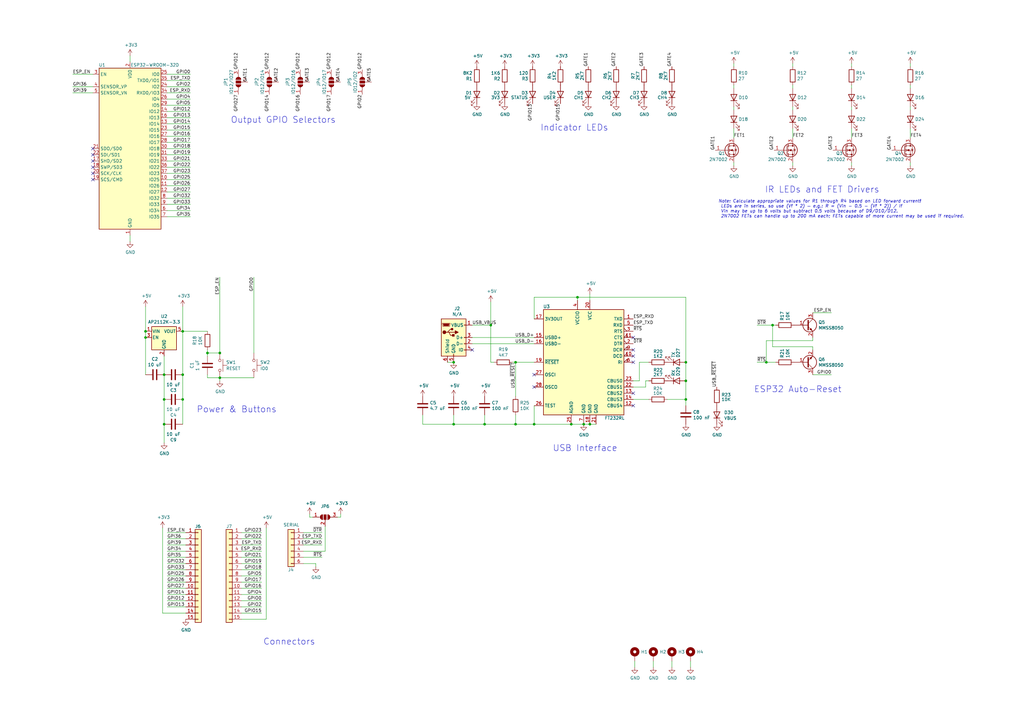
<source format=kicad_sch>
(kicad_sch (version 20211123) (generator eeschema)
  (paper "A3")
  (junction (at 59.69 138.43))
  (junction (at 67.31 163.83))
  (junction (at 74.93 153.67))
  (junction (at 74.93 135.89))
  (junction (at 90.17 154.94))
  (junction (at 186.055 173.99))
  (junction (at 234.315 173.99))
  (junction (at 59.69 135.89))
  (junction (at 241.935 173.99))
  (junction (at 90.17 144.78))
  (junction (at 74.93 163.83))
  (junction (at 211.455 148.59))
  (junction (at 316.865 133.35))
  (junction (at 239.395 173.99))
  (junction (at 211.455 173.99))
  (junction (at 281.305 163.83))
  (junction (at 186.055 148.59))
  (junction (at 198.755 173.99))
  (junction (at 201.295 133.35))
  (junction (at 281.305 156.21))
  (junction (at 67.31 153.67))
  (junction (at 67.31 173.99))
  (junction (at 85.09 144.78))
  (junction (at 281.305 148.59))
  (junction (at 236.855 121.92))
  (junction (at 219.075 173.99))
  (junction (at 314.325 148.59))
  (no_connect (at 259.715 138.43))
  (no_connect (at 219.075 158.75))
  (no_connect (at 38.1 60.96))
  (no_connect (at 259.715 143.51))
  (no_connect (at 259.715 148.59))
  (no_connect (at 38.1 68.58))
  (no_connect (at 38.1 71.12))
  (no_connect (at 259.715 166.37))
  (no_connect (at 38.1 73.66))
  (no_connect (at 193.675 143.51))
  (no_connect (at 38.1 66.04))
  (no_connect (at 259.715 146.05))
  (no_connect (at 219.075 153.67))
  (no_connect (at 259.715 161.29))
  (no_connect (at 38.1 63.5))
  (wire (pts (xy 53.34 22.86) (xy 53.34 25.4)))
  (wire (pts (xy 29.845 35.56) (xy 38.1 35.56)))
  (wire (pts (xy 283.21 271.145) (xy 283.21 273.685)))
  (wire (pts (xy 85.09 144.78) (xy 85.09 146.05)))
  (wire (pts (xy 68.58 30.48) (xy 78.105 30.48)))
  (wire (pts (xy 241.935 123.19) (xy 241.935 120.65)))
  (wire (pts (xy 68.58 238.76) (xy 76.2 238.76)))
  (wire (pts (xy 219.075 148.59) (xy 211.455 148.59)))
  (wire (pts (xy 314.325 139.7) (xy 314.325 148.59)))
  (wire (pts (xy 74.93 135.89) (xy 85.09 135.89)))
  (wire (pts (xy 300.99 34.925) (xy 300.99 36.195)))
  (wire (pts (xy 99.06 228.6) (xy 107.315 228.6)))
  (wire (pts (xy 259.715 158.75) (xy 264.795 158.75)))
  (wire (pts (xy 99.06 236.22) (xy 107.315 236.22)))
  (wire (pts (xy 68.58 86.36) (xy 78.105 86.36)))
  (wire (pts (xy 124.46 226.06) (xy 133.35 226.06)))
  (wire (pts (xy 68.58 38.1) (xy 78.105 38.1)))
  (wire (pts (xy 236.855 123.19) (xy 236.855 121.92)))
  (wire (pts (xy 68.58 248.92) (xy 76.2 248.92)))
  (wire (pts (xy 68.58 58.42) (xy 78.105 58.42)))
  (wire (pts (xy 300.99 66.675) (xy 300.99 67.945)))
  (wire (pts (xy 241.935 173.99) (xy 244.475 173.99)))
  (wire (pts (xy 275.59 271.145) (xy 275.59 273.685)))
  (wire (pts (xy 219.075 166.37) (xy 219.075 173.99)))
  (wire (pts (xy 99.06 238.76) (xy 107.315 238.76)))
  (wire (pts (xy 124.46 218.44) (xy 132.08 218.44)))
  (wire (pts (xy 67.31 173.99) (xy 67.31 181.61)))
  (wire (pts (xy 68.58 246.38) (xy 76.2 246.38)))
  (wire (pts (xy 333.375 142.24) (xy 316.865 142.24)))
  (wire (pts (xy 349.25 66.675) (xy 349.25 67.945)))
  (wire (pts (xy 59.69 125.73) (xy 59.69 135.89)))
  (wire (pts (xy 29.845 30.48) (xy 38.1 30.48)))
  (wire (pts (xy 186.055 173.99) (xy 198.755 173.99)))
  (wire (pts (xy 262.255 148.59) (xy 266.065 148.59)))
  (wire (pts (xy 68.58 220.98) (xy 76.2 220.98)))
  (wire (pts (xy 68.58 33.02) (xy 78.105 33.02)))
  (wire (pts (xy 68.58 71.12) (xy 78.105 71.12)))
  (wire (pts (xy 99.06 254) (xy 109.22 254)))
  (wire (pts (xy 68.58 78.74) (xy 78.105 78.74)))
  (wire (pts (xy 67.31 153.67) (xy 67.31 163.83)))
  (wire (pts (xy 68.58 55.88) (xy 78.105 55.88)))
  (wire (pts (xy 349.25 43.815) (xy 349.25 45.085)))
  (wire (pts (xy 183.515 148.59) (xy 186.055 148.59)))
  (wire (pts (xy 99.06 223.52) (xy 107.315 223.52)))
  (wire (pts (xy 29.845 38.1) (xy 38.1 38.1)))
  (wire (pts (xy 211.455 173.99) (xy 219.075 173.99)))
  (wire (pts (xy 333.375 138.43) (xy 333.375 139.7)))
  (wire (pts (xy 127 212.09) (xy 128.27 212.09)))
  (wire (pts (xy 139.7 212.09) (xy 139.7 210.82)))
  (wire (pts (xy 59.69 138.43) (xy 59.69 135.89)))
  (wire (pts (xy 68.58 88.9) (xy 78.105 88.9)))
  (wire (pts (xy 138.43 212.09) (xy 139.7 212.09)))
  (wire (pts (xy 373.38 43.815) (xy 373.38 45.085)))
  (wire (pts (xy 68.58 48.26) (xy 78.105 48.26)))
  (wire (pts (xy 264.795 158.75) (xy 264.795 156.21)))
  (wire (pts (xy 68.58 43.18) (xy 78.105 43.18)))
  (wire (pts (xy 281.305 121.92) (xy 281.305 148.59)))
  (wire (pts (xy 85.09 143.51) (xy 85.09 144.78)))
  (wire (pts (xy 68.58 236.22) (xy 76.2 236.22)))
  (wire (pts (xy 74.93 173.99) (xy 74.93 163.83)))
  (wire (pts (xy 74.93 135.89) (xy 74.93 153.67)))
  (wire (pts (xy 68.58 60.96) (xy 78.105 60.96)))
  (wire (pts (xy 325.12 26.035) (xy 325.12 27.305)))
  (wire (pts (xy 99.06 226.06) (xy 107.315 226.06)))
  (wire (pts (xy 68.58 83.82) (xy 78.105 83.82)))
  (wire (pts (xy 201.295 133.35) (xy 193.675 133.35)))
  (wire (pts (xy 310.515 133.35) (xy 316.865 133.35)))
  (wire (pts (xy 349.25 34.925) (xy 349.25 36.195)))
  (wire (pts (xy 211.455 148.59) (xy 211.455 162.56)))
  (wire (pts (xy 201.295 123.825) (xy 201.295 133.35)))
  (wire (pts (xy 109.22 254) (xy 109.22 216.535)))
  (wire (pts (xy 90.17 154.94) (xy 90.17 156.21)))
  (wire (pts (xy 104.14 154.94) (xy 90.17 154.94)))
  (wire (pts (xy 68.58 81.28) (xy 78.105 81.28)))
  (wire (pts (xy 333.375 139.7) (xy 314.325 139.7)))
  (wire (pts (xy 267.97 271.145) (xy 267.97 273.685)))
  (wire (pts (xy 68.58 243.84) (xy 76.2 243.84)))
  (wire (pts (xy 68.58 73.66) (xy 78.105 73.66)))
  (wire (pts (xy 99.06 251.46) (xy 107.315 251.46)))
  (wire (pts (xy 325.12 52.705) (xy 325.12 56.515)))
  (wire (pts (xy 68.58 53.34) (xy 78.105 53.34)))
  (wire (pts (xy 68.58 233.68) (xy 76.2 233.68)))
  (wire (pts (xy 68.58 50.8) (xy 78.105 50.8)))
  (wire (pts (xy 104.14 113.665) (xy 104.14 144.78)))
  (wire (pts (xy 234.315 173.99) (xy 239.395 173.99)))
  (wire (pts (xy 99.06 218.44) (xy 107.315 218.44)))
  (wire (pts (xy 219.075 173.99) (xy 234.315 173.99)))
  (wire (pts (xy 173.355 173.99) (xy 186.055 173.99)))
  (wire (pts (xy 124.46 231.14) (xy 129.54 231.14)))
  (wire (pts (xy 68.58 228.6) (xy 76.2 228.6)))
  (wire (pts (xy 68.58 231.14) (xy 76.2 231.14)))
  (wire (pts (xy 85.09 154.94) (xy 90.17 154.94)))
  (wire (pts (xy 127 210.82) (xy 127 212.09)))
  (wire (pts (xy 99.06 241.3) (xy 107.315 241.3)))
  (wire (pts (xy 198.755 173.99) (xy 211.455 173.99)))
  (wire (pts (xy 186.055 170.18) (xy 186.055 173.99)))
  (wire (pts (xy 85.09 153.67) (xy 85.09 154.94)))
  (wire (pts (xy 300.99 26.035) (xy 300.99 27.305)))
  (wire (pts (xy 68.58 45.72) (xy 78.105 45.72)))
  (wire (pts (xy 68.58 241.3) (xy 76.2 241.3)))
  (wire (pts (xy 349.25 26.035) (xy 349.25 27.305)))
  (wire (pts (xy 68.58 66.04) (xy 78.105 66.04)))
  (wire (pts (xy 219.075 121.92) (xy 219.075 130.81)))
  (wire (pts (xy 300.99 43.815) (xy 300.99 45.085)))
  (wire (pts (xy 236.855 121.92) (xy 219.075 121.92)))
  (wire (pts (xy 193.675 138.43) (xy 219.075 138.43)))
  (wire (pts (xy 310.515 148.59) (xy 314.325 148.59)))
  (wire (pts (xy 211.455 173.99) (xy 211.455 170.18)))
  (wire (pts (xy 99.06 220.98) (xy 107.315 220.98)))
  (wire (pts (xy 316.865 133.35) (xy 318.135 133.35)))
  (wire (pts (xy 66.675 251.46) (xy 66.675 216.535)))
  (wire (pts (xy 53.34 99.06) (xy 53.34 96.52)))
  (wire (pts (xy 90.17 113.665) (xy 90.17 144.78)))
  (wire (pts (xy 99.06 246.38) (xy 107.315 246.38)))
  (wire (pts (xy 68.58 63.5) (xy 78.105 63.5)))
  (wire (pts (xy 124.46 228.6) (xy 132.08 228.6)))
  (wire (pts (xy 67.31 163.83) (xy 67.31 173.99)))
  (wire (pts (xy 281.305 163.83) (xy 281.305 166.37)))
  (wire (pts (xy 202.565 148.59) (xy 201.295 148.59)))
  (wire (pts (xy 239.395 173.99) (xy 241.935 173.99)))
  (wire (pts (xy 198.755 170.18) (xy 198.755 173.99)))
  (wire (pts (xy 262.255 156.21) (xy 259.715 156.21)))
  (wire (pts (xy 68.58 223.52) (xy 76.2 223.52)))
  (wire (pts (xy 260.35 271.145) (xy 260.35 273.685)))
  (wire (pts (xy 67.31 153.67) (xy 67.31 146.05)))
  (wire (pts (xy 281.305 156.21) (xy 281.305 163.83)))
  (wire (pts (xy 373.38 66.675) (xy 373.38 67.945)))
  (wire (pts (xy 201.295 148.59) (xy 201.295 133.35)))
  (wire (pts (xy 281.305 156.21) (xy 281.305 148.59)))
  (wire (pts (xy 99.06 248.92) (xy 107.315 248.92)))
  (wire (pts (xy 68.58 68.58) (xy 78.105 68.58)))
  (wire (pts (xy 99.06 243.84) (xy 107.315 243.84)))
  (wire (pts (xy 173.355 170.18) (xy 173.355 173.99)))
  (wire (pts (xy 373.38 52.705) (xy 373.38 56.515)))
  (wire (pts (xy 133.35 226.06) (xy 133.35 215.9)))
  (wire (pts (xy 333.375 153.67) (xy 340.995 153.67)))
  (wire (pts (xy 236.855 121.92) (xy 281.305 121.92)))
  (wire (pts (xy 325.12 43.815) (xy 325.12 45.085)))
  (wire (pts (xy 300.99 52.705) (xy 300.99 56.515)))
  (wire (pts (xy 373.38 34.925) (xy 373.38 36.195)))
  (wire (pts (xy 124.46 223.52) (xy 132.08 223.52)))
  (wire (pts (xy 193.675 140.97) (xy 219.075 140.97)))
  (wire (pts (xy 68.58 40.64) (xy 78.105 40.64)))
  (wire (pts (xy 99.06 231.14) (xy 107.315 231.14)))
  (wire (pts (xy 349.25 52.705) (xy 349.25 56.515)))
  (wire (pts (xy 59.69 138.43) (xy 59.69 153.67)))
  (wire (pts (xy 74.93 163.83) (xy 74.93 153.67)))
  (wire (pts (xy 325.12 66.675) (xy 325.12 67.945)))
  (wire (pts (xy 129.54 231.14) (xy 129.54 232.41)))
  (wire (pts (xy 314.325 148.59) (xy 318.135 148.59)))
  (wire (pts (xy 273.685 163.83) (xy 281.305 163.83)))
  (wire (pts (xy 316.865 142.24) (xy 316.865 133.35)))
  (wire (pts (xy 76.2 251.46) (xy 66.675 251.46)))
  (wire (pts (xy 68.58 76.2) (xy 78.105 76.2)))
  (wire (pts (xy 124.46 220.98) (xy 132.08 220.98)))
  (wire (pts (xy 259.715 163.83) (xy 266.065 163.83)))
  (wire (pts (xy 373.38 26.035) (xy 373.38 27.305)))
  (wire (pts (xy 74.93 135.89) (xy 74.93 125.73)))
  (wire (pts (xy 210.185 148.59) (xy 211.455 148.59)))
  (wire (pts (xy 99.06 233.68) (xy 107.315 233.68)))
  (wire (pts (xy 325.12 34.925) (xy 325.12 36.195)))
  (wire (pts (xy 333.375 128.27) (xy 340.995 128.27)))
  (wire (pts (xy 262.255 148.59) (xy 262.255 156.21)))
  (wire (pts (xy 333.375 143.51) (xy 333.375 142.24)))
  (wire (pts (xy 68.58 226.06) (xy 76.2 226.06)))
  (wire (pts (xy 264.795 156.21) (xy 266.065 156.21)))
  (wire (pts (xy 68.58 35.56) (xy 78.105 35.56)))
  (wire (pts (xy 68.58 218.44) (xy 76.2 218.44)))
  (wire (pts (xy 90.17 144.78) (xy 85.09 144.78)))
  (text "Note: Calculate appropriate values for R1 through R4 based on LED forward current!\n LEDs are in series, so use (Vf * 2) — e.g.: R = (Vin - 0.5 - (Vf * 2)) / If\n Vin may be up to 6 volts but subtract 0.5 volts because of D9/D10/D12.\n 2N7002 FETs can handle up to 200 mA each; FETs capable of more current may be used if required." (at 294.64 89.535 0) (effects (font (size 1.27 1.27) italic) (justify left bottom)))
  (text "Output GPIO Selectors" (at 94.615 50.8 0) (effects (font (size 2.54 2.54)) (justify left bottom)))
  (text "Indicator LEDs" (at 221.615 53.975 0) (effects (font (size 2.54 2.54)) (justify left bottom)))
  (text "Connectors" (at 107.95 264.795 0) (effects (font (size 2.54 2.54)) (justify left bottom)))
  (text "USB Interface" (at 226.695 185.42 0) (effects (font (size 2.54 2.54)) (justify left bottom)))
  (text "ESP32 Auto-Reset" (at 309.245 161.29 0) (effects (font (size 2.54 2.54)) (justify left bottom)))
  (text "Power & Buttons" (at 80.645 169.545 0) (effects (font (size 2.54 2.54)) (justify left bottom)))
  (text "IR LEDs and FET Drivers" (at 313.69 79.375 0) (effects (font (size 2.54 2.54)) (justify left bottom)))
  (label "FET3" (at 349.25 56.515 0))
  (label "GPIO32" (at 78.105 81.28 180))
  (label "GATE1" (at 101.6 33.655 90))
  (label "GPIO16" (at 107.315 241.3 180))
  (label "GPI35" (at 68.58 228.6 0))
  (label "GPIO5" (at 107.315 236.22 180))
  (label "GPIO13" (at 218.44 42.545 270))
  (label "ESP_EN" (at 29.845 30.48 0))
  (label "GPIO25" (at 68.58 236.22 0))
  (label "GATE3" (at 127 33.655 90))
  (label "ESP_RXD" (at 132.08 223.52 180))
  (label "GPIO21" (at 78.105 66.04 180))
  (label "GPIO16" (at 78.105 55.88 180))
  (label "ESP_EN" (at 340.995 128.27 180))
  (label "ESP_RXD" (at 259.715 130.81 0))
  (label "GATE3" (at 341.63 61.595 90))
  (label "GATE2" (at 317.5 61.595 90))
  (label "FET2" (at 325.12 56.515 0))
  (label "GPIO17" (at 135.89 38.735 270))
  (label "GPIO12" (at 68.58 246.38 0))
  (label "ESP_TXD" (at 78.105 33.02 180))
  (label "~{DTR}" (at 132.08 218.44 180))
  (label "GPIO23" (at 78.105 71.12 180))
  (label "GPIO23" (at 107.315 218.44 180))
  (label "GPIO15" (at 107.315 251.46 180))
  (label "GPIO16" (at 123.19 38.735 270))
  (label "GPIO22" (at 107.315 220.98 180))
  (label "GPIO13" (at 68.58 248.92 0))
  (label "GPIO32" (at 68.58 231.14 0))
  (label "GPIO12" (at 135.89 28.575 90))
  (label "FET4" (at 373.38 56.515 0))
  (label "GATE3" (at 264.16 27.305 90))
  (label "GPIO18" (at 107.315 233.68 180))
  (label "GPI34" (at 68.58 226.06 0))
  (label "ESP_TXD" (at 107.315 223.52 180))
  (label "GPIO15" (at 78.105 53.34 180))
  (label "GATE5" (at 152.4 33.655 90))
  (label "GPIO12" (at 110.49 28.575 90))
  (label "GPIO0" (at 340.995 153.67 180))
  (label "GPIO27" (at 68.58 241.3 0))
  (label "GPIO4" (at 78.105 40.64 180))
  (label "GPIO2" (at 148.59 38.735 270))
  (label "GPIO18" (at 78.105 60.96 180))
  (label "GPIO12" (at 97.79 28.575 90))
  (label "GPI39" (at 68.58 223.52 0))
  (label "USB_VBUS" (at 193.675 133.35 0))
  (label "ESP_TXD" (at 132.08 220.98 180))
  (label "GPI36" (at 29.845 35.56 0))
  (label "GPIO12" (at 123.19 28.575 90))
  (label "GATE4" (at 365.76 61.595 90))
  (label "ESP_RXD" (at 78.105 38.1 180))
  (label "GPIO0" (at 104.14 113.665 270))
  (label "ESP_EN" (at 90.17 113.665 270))
  (label "GPIO0" (at 107.315 246.38 180))
  (label "USB_~{RESET}" (at 211.455 148.59 270))
  (label "GPIO25" (at 78.105 73.66 180))
  (label "GPIO19" (at 78.105 63.5 180))
  (label "~{DTR}" (at 259.715 140.97 0))
  (label "GATE4" (at 275.59 27.305 90))
  (label "GPI34" (at 78.105 86.36 180))
  (label "GPIO13" (at 78.105 48.26 180))
  (label "GPIO17" (at 107.315 238.76 180))
  (label "~{RTS}" (at 259.715 135.89 0))
  (label "GATE1" (at 293.37 61.595 90))
  (label "GPIO5" (at 78.105 43.18 180))
  (label "GPIO14" (at 78.105 50.8 180))
  (label "USB_~{RESET}" (at 294.005 158.75 90))
  (label "GPIO4" (at 107.315 243.84 180))
  (label "GPIO22" (at 78.105 68.58 180))
  (label "GATE1" (at 241.3 27.305 90))
  (label "GPIO12" (at 148.59 28.575 90))
  (label "GPIO33" (at 68.58 233.68 0))
  (label "GPIO26" (at 78.105 76.2 180))
  (label "GPI36" (at 68.58 220.98 0))
  (label "GPIO14" (at 110.49 38.735 270))
  (label "GPIO26" (at 68.58 238.76 0))
  (label "GPIO2" (at 107.315 248.92 180))
  (label "GPI39" (at 29.845 38.1 0))
  (label "ESP_RXD" (at 107.315 226.06 180))
  (label "GPIO27" (at 97.79 38.735 270))
  (label "~{RTS}" (at 310.515 148.59 0))
  (label "GPIO17" (at 78.105 58.42 180))
  (label "GPIO19" (at 107.315 231.14 180))
  (label "GPIO27" (at 78.105 78.74 180))
  (label "FET1" (at 300.99 56.515 0))
  (label "GPIO33" (at 78.105 83.82 180))
  (label "GATE2" (at 252.73 27.305 90))
  (label "~{DTR}" (at 310.515 133.35 0))
  (label "GPIO21" (at 107.315 228.6 180))
  (label "ESP_TXD" (at 259.715 133.35 0))
  (label "USB_D-" (at 219.075 140.97 180))
  (label "GATE2" (at 114.3 33.655 90))
  (label "USB_D+" (at 219.075 138.43 180))
  (label "ESP_EN" (at 68.58 218.44 0))
  (label "GPI35" (at 78.105 88.9 180))
  (label "GPIO2" (at 78.105 35.56 180))
  (label "GPIO15" (at 229.87 42.545 270))
  (label "GPIO0" (at 78.105 30.48 180))
  (label "GATE4" (at 139.7 33.655 90))
  (label "~{RTS}" (at 132.08 228.6 180))
  (label "GPIO14" (at 68.58 243.84 0))
  (label "GPIO12" (at 78.105 45.72 180))
  (symbol (lib_id "RF_Module:ESP32-WROOM-32D") (at 53.34 60.96 0) (unit 1)
    (property "Reference" "U1" (at 41.91 26.67 0))
    (property "Value" "ESP32-WROOM-32D" (at 63.5 26.67 0))
    (property "Footprint" "RF_Module:ESP32-WROOM-32" (effects hide))
    (property "Datasheet" "https://www.espressif.com/sites/default/files/documentation/esp32-wroom-32d_esp32-wroom-32u_datasheet_en.pdf" (effects hide))
    (property "MPN1" "ESP32-WROOM-32D" (effects hide))
  )
  (symbol (lib_id "power:GND") (at 67.31 181.61 0) (unit 1)
    (property "Reference" "#PWR039" (effects hide))
    (property "Value" "GND" (at 67.437 186.0042 0))
  )
  (symbol (lib_id "Device:C") (at 63.5 153.67 270) (unit 1)
    (property "Reference" "C2" (at 63.5 147.2692 90))
    (property "Value" "10 uF" (at 63.5 149.5806 90))
    (property "Footprint" "Capacitor_SMD:C_0805_2012Metric" (effects hide))
    (property "MPN1" "GRM21BC81C106ME15L" (effects hide))
  )
  (symbol (lib_id "Switch:SW_Push") (at 90.17 149.86 270) (unit 1)
    (property "Reference" "SW1" (at 92.71 148.59 90) (effects (justify left)))
    (property "Value" "RESET" (at 92.71 151.13 90) (effects (justify left)))
    (property "Footprint" "Button_Switch_THT:SW_Tactile_SPST_Angled_PTS645Vx58-2LFS" (effects hide))
    (property "MPN1" "PTS645VK582LFS" (effects hide))
  )
  (symbol (lib_id "Switch:SW_Push") (at 104.14 149.86 270) (unit 1)
    (property "Reference" "SW2" (at 106.68 148.59 90) (effects (justify left)))
    (property "Value" "IO0" (at 106.68 151.13 90) (effects (justify left)))
    (property "Footprint" "Button_Switch_THT:SW_Tactile_SPST_Angled_PTS645Vx58-2LFS" (effects hide))
    (property "MPN1" "PTS645VK582LFS" (effects hide))
  )
  (symbol (lib_id "Device:C") (at 85.09 149.86 0) (unit 1)
    (property "Reference" "C1" (at 78.6892 149.86 90))
    (property "Value" "1 uF" (at 81.0006 149.86 90))
    (property "Footprint" "Capacitor_SMD:C_0805_2012Metric" (effects hide))
    (property "MPN1" "C0805C105K4RACTU" (effects hide))
  )
  (symbol (lib_id "Device:R") (at 85.09 139.7 0) (unit 1)
    (property "Reference" "R18" (at 79.8322 139.7 90))
    (property "Value" "10K" (at 82.1436 139.7 90))
    (property "Footprint" "Resistor_SMD:R_0805_2012Metric" (effects hide))
    (property "MPN1" "RC0805FR-0710KL" (effects hide))
  )
  (symbol (lib_id "Connector_Generic:Conn_01x06") (at 119.38 223.52 0) (mirror y) (unit 1)
    (property "Reference" "J4" (at 118.11 233.68 0) (effects (justify right)))
    (property "Value" "SERIAL" (at 116.205 215.265 0) (effects (justify right)))
    (property "Footprint" "Connector_PinHeader_2.54mm:PinHeader_1x06_P2.54mm_Vertical" (effects hide))
    (property "Population" "DNF" (effects hide))
  )
  (symbol (lib_id "power:GND") (at 129.54 232.41 0) (unit 1)
    (property "Reference" "#PWR049" (effects hide))
    (property "Value" "GND" (at 129.667 236.8042 0))
  )
  (symbol (lib_id "power:+5V") (at 59.69 125.73 0) (unit 1)
    (property "Reference" "#PWR027" (effects hide))
    (property "Value" "+5V" (at 60.071 121.3358 0))
  )
  (symbol (lib_id "Device:LED") (at 325.12 40.005 90) (unit 1)
    (property "Reference" "D12" (at 327.025 40.005 90) (effects (justify right)))
    (property "Value" "CH2" (effects hide))
    (property "Footprint" "LED_THT:LED_D5.0mm" (effects hide))
    (property "MPN1" "LTE-4206" (effects hide))
  )
  (symbol (lib_id "Device:LED") (at 325.12 48.895 90) (unit 1)
    (property "Reference" "D20" (at 327.025 48.895 90) (effects (justify right)))
    (property "Value" "CH2" (effects hide))
    (property "Footprint" "LED_THT:LED_D5.0mm" (effects hide))
    (property "MPN1" "LTE-4206" (effects hide))
  )
  (symbol (lib_id "Device:R") (at 325.12 31.115 0) (unit 1)
    (property "Reference" "R12" (at 326.898 29.9466 0) (effects (justify left)))
    (property "Value" "27" (at 326.898 32.258 0) (effects (justify left)))
    (property "Footprint" "Resistor_SMD:R_0805_2012Metric" (effects hide))
    (property "MPN1" "RC0805FR-0727RL" (effects hide))
  )
  (symbol (lib_id "Transistor_FET:2N7002") (at 322.58 61.595 0) (unit 1)
    (property "Reference" "Q2" (at 318.77 62.865 0) (effects (justify left)))
    (property "Value" "2N7002" (at 314.96 65.405 0) (effects (justify left)))
    (property "Footprint" "Package_TO_SOT_SMD:SOT-23" (effects hide))
    (property "Datasheet" "https://www.fairchildsemi.com/datasheets/2N/2N7002.pdf" (effects hide))
    (property "MPN1" "2N7002-7-F" (effects hide))
  )
  (symbol (lib_id "power:+5V") (at 325.12 26.035 0) (unit 1)
    (property "Reference" "#PWR05" (effects hide))
    (property "Value" "+5V" (at 325.501 21.6408 0))
  )
  (symbol (lib_id "power:GND") (at 325.12 67.945 0) (unit 1)
    (property "Reference" "#PWR021" (effects hide))
    (property "Value" "GND" (at 325.247 72.3392 0))
  )
  (symbol (lib_id "Device:LED") (at 300.99 40.005 90) (unit 1)
    (property "Reference" "D10" (at 302.895 40.005 90) (effects (justify right)))
    (property "Value" "CH1" (effects hide))
    (property "Footprint" "LED_THT:LED_D5.0mm" (effects hide))
    (property "MPN1" "LTE-4206" (effects hide))
  )
  (symbol (lib_id "Device:LED") (at 300.99 48.895 90) (unit 1)
    (property "Reference" "D18" (at 302.895 48.895 90) (effects (justify right)))
    (property "Value" "CH1" (effects hide))
    (property "Footprint" "LED_THT:LED_D5.0mm" (effects hide))
    (property "MPN1" "LTE-4206" (effects hide))
  )
  (symbol (lib_id "Device:R") (at 300.99 31.115 0) (unit 1)
    (property "Reference" "R10" (at 302.768 29.9466 0) (effects (justify left)))
    (property "Value" "27" (at 302.768 32.258 0) (effects (justify left)))
    (property "Footprint" "Resistor_SMD:R_0805_2012Metric" (effects hide))
    (property "MPN1" "RC0805FR-0727RL" (effects hide))
  )
  (symbol (lib_id "Transistor_FET:2N7002") (at 298.45 61.595 0) (unit 1)
    (property "Reference" "Q1" (at 294.64 62.865 0) (effects (justify left)))
    (property "Value" "2N7002" (at 290.83 65.405 0) (effects (justify left)))
    (property "Footprint" "Package_TO_SOT_SMD:SOT-23" (effects hide))
    (property "Datasheet" "https://www.fairchildsemi.com/datasheets/2N/2N7002.pdf" (effects hide))
    (property "MPN1" "2N7002-7-F" (effects hide))
  )
  (symbol (lib_id "power:+5V") (at 300.99 26.035 0) (unit 1)
    (property "Reference" "#PWR03" (effects hide))
    (property "Value" "+5V" (at 301.371 21.6408 0))
  )
  (symbol (lib_id "power:GND") (at 300.99 67.945 0) (unit 1)
    (property "Reference" "#PWR020" (effects hide))
    (property "Value" "GND" (at 301.117 72.3392 0))
  )
  (symbol (lib_id "power:GND") (at 53.34 99.06 0) (unit 1)
    (property "Reference" "#PWR024" (effects hide))
    (property "Value" "GND" (at 53.467 103.4542 0))
  )
  (symbol (lib_id "power:+3V3") (at 53.34 22.86 0) (unit 1)
    (property "Reference" "#PWR01" (effects hide))
    (property "Value" "+3V3" (at 53.721 18.4658 0))
  )
  (symbol (lib_id "power:+3V3") (at 66.675 216.535 0) (unit 1)
    (property "Reference" "#PWR042" (effects hide))
    (property "Value" "+3V3" (at 67.056 212.1408 0))
  )
  (symbol (lib_id "power:GND") (at 76.2 254 0) (unit 1)
    (property "Reference" "#PWR052" (effects hide))
    (property "Value" "GND" (at 76.327 258.3942 0))
  )
  (symbol (lib_id "Connector_Generic:Conn_01x15") (at 81.28 236.22 0) (unit 1)
    (property "Reference" "J6" (at 80.01 215.9 0) (effects (justify left)))
    (property "Value" "IO" (effects hide))
    (property "Footprint" "Connector_PinHeader_2.54mm:PinHeader_1x15_P2.54mm_Vertical" (effects hide))
    (property "Population" "DNF" (effects hide))
  )
  (symbol (lib_id "Connector_Generic:Conn_01x15") (at 93.98 236.22 0) (mirror y) (unit 1)
    (property "Reference" "J7" (at 93.98 215.9 0))
    (property "Value" "IO" (effects hide))
    (property "Footprint" "Connector_PinHeader_2.54mm:PinHeader_1x15_P2.54mm_Vertical" (effects hide))
    (property "Population" "DNF" (effects hide))
  )
  (symbol (lib_id "Device:C") (at 71.12 153.67 90) (unit 1)
    (property "Reference" "C3" (at 71.12 160.0708 90))
    (property "Value" "10 uF" (at 71.12 157.7594 90))
    (property "Footprint" "Capacitor_SMD:C_0805_2012Metric" (effects hide))
    (property "MPN1" "GRM21BC81C106ME15L" (effects hide))
  )
  (symbol (lib_id "Device:C") (at 71.12 163.83 90) (unit 1)
    (property "Reference" "C4" (at 71.12 170.2308 90))
    (property "Value" "10 uF" (at 71.12 167.9194 90))
    (property "Footprint" "Capacitor_SMD:C_0805_2012Metric" (effects hide))
    (property "MPN1" "GRM21BC81C106ME15L" (effects hide))
  )
  (symbol (lib_id "Device:C") (at 71.12 173.99 90) (unit 1)
    (property "Reference" "C9" (at 71.12 180.3908 90))
    (property "Value" "10 uF" (at 71.12 178.0794 90))
    (property "Footprint" "Capacitor_SMD:C_0805_2012Metric" (effects hide))
    (property "MPN1" "GRM21BC81C106ME15L" (effects hide))
  )
  (symbol (lib_id "Mechanical:MountingHole_Pad") (at 260.35 268.605 0) (unit 1)
    (property "Reference" "H1" (at 262.89 267.3604 0) (effects (justify left)))
    (property "Value" "-" (effects hide))
    (property "Footprint" "MountingHole:MountingHole_2.5mm_Pad_Via" (effects hide))
    (property "Population" "DNF" (effects hide))
  )
  (symbol (lib_id "power:GND") (at 260.35 273.685 0) (unit 1)
    (property "Reference" "#PWR054" (effects hide))
    (property "Value" "GND" (at 260.477 278.0792 0))
  )
  (symbol (lib_id "Mechanical:MountingHole_Pad") (at 267.97 268.605 0) (unit 1)
    (property "Reference" "H2" (at 270.51 267.3604 0) (effects (justify left)))
    (property "Value" "-" (effects hide))
    (property "Footprint" "MountingHole:MountingHole_2.5mm_Pad_Via" (effects hide))
    (property "Population" "DNF" (effects hide))
  )
  (symbol (lib_id "power:GND") (at 267.97 273.685 0) (unit 1)
    (property "Reference" "#PWR055" (effects hide))
    (property "Value" "GND" (at 268.097 278.0792 0))
  )
  (symbol (lib_id "Mechanical:MountingHole_Pad") (at 275.59 268.605 0) (unit 1)
    (property "Reference" "H3" (at 278.13 267.3604 0) (effects (justify left)))
    (property "Value" "-" (effects hide))
    (property "Footprint" "MountingHole:MountingHole_2.5mm_Pad_Via" (effects hide))
    (property "Population" "DNF" (effects hide))
  )
  (symbol (lib_id "power:GND") (at 275.59 273.685 0) (unit 1)
    (property "Reference" "#PWR056" (effects hide))
    (property "Value" "GND" (at 275.717 278.0792 0))
  )
  (symbol (lib_id "Jumper:SolderJumper_3_Open") (at 110.49 33.655 90) (unit 1)
    (property "Reference" "JP2" (at 105.283 33.655 0))
    (property "Value" "IO12/IO14" (at 107.5944 33.655 0))
    (property "Footprint" "Jumper:SolderJumper-3_P1.3mm_Open_RoundedPad1.0x1.5mm" (effects hide))
    (property "Population" "DNF" (effects hide))
  )
  (symbol (lib_id "power:+3V3") (at 74.93 125.73 0) (unit 1)
    (property "Reference" "#PWR028" (effects hide))
    (property "Value" "+3V3" (at 75.311 121.3358 0))
  )
  (symbol (lib_id "Jumper:SolderJumper_3_Open") (at 123.19 33.655 90) (unit 1)
    (property "Reference" "JP3" (at 117.983 33.655 0))
    (property "Value" "IO12/IO16" (at 120.2944 33.655 0))
    (property "Footprint" "Jumper:SolderJumper-3_P1.3mm_Open_RoundedPad1.0x1.5mm" (effects hide))
    (property "Population" "DNF" (effects hide))
  )
  (symbol (lib_id "power:GND") (at 349.25 67.945 0) (unit 1)
    (property "Reference" "#PWR022" (effects hide))
    (property "Value" "GND" (at 349.377 72.3392 0))
  )
  (symbol (lib_id "power:+5V") (at 349.25 26.035 0) (unit 1)
    (property "Reference" "#PWR07" (effects hide))
    (property "Value" "+5V" (at 349.631 21.6408 0))
  )
  (symbol (lib_id "Transistor_FET:2N7002") (at 346.71 61.595 0) (unit 1)
    (property "Reference" "Q3" (at 342.9 62.865 0) (effects (justify left)))
    (property "Value" "2N7002" (at 339.09 65.405 0) (effects (justify left)))
    (property "Footprint" "Package_TO_SOT_SMD:SOT-23" (effects hide))
    (property "Datasheet" "https://www.fairchildsemi.com/datasheets/2N/2N7002.pdf" (effects hide))
    (property "MPN1" "2N7002-7-F" (effects hide))
  )
  (symbol (lib_id "Device:R") (at 349.25 31.115 0) (unit 1)
    (property "Reference" "R14" (at 351.028 29.9466 0) (effects (justify left)))
    (property "Value" "27" (at 351.028 32.258 0) (effects (justify left)))
    (property "Footprint" "Resistor_SMD:R_0805_2012Metric" (effects hide))
    (property "MPN1" "RC0805FR-0727RL" (effects hide))
  )
  (symbol (lib_id "Device:LED") (at 349.25 48.895 90) (unit 1)
    (property "Reference" "D22" (at 351.155 48.895 90) (effects (justify right)))
    (property "Value" "CH3" (effects hide))
    (property "Footprint" "LED_THT:LED_D5.0mm" (effects hide))
    (property "MPN1" "LTE-4206" (effects hide))
  )
  (symbol (lib_id "Device:LED") (at 349.25 40.005 90) (unit 1)
    (property "Reference" "D14" (at 351.155 40.005 90) (effects (justify right)))
    (property "Value" "CH3" (effects hide))
    (property "Footprint" "LED_THT:LED_D5.0mm" (effects hide))
    (property "MPN1" "LTE-4206" (effects hide))
  )
  (symbol (lib_id "Jumper:SolderJumper_3_Open") (at 135.89 33.655 90) (unit 1)
    (property "Reference" "JP4" (at 130.683 33.655 0))
    (property "Value" "IO12/IO17" (at 132.9944 33.655 0))
    (property "Footprint" "Jumper:SolderJumper-3_P1.3mm_Open_RoundedPad1.0x1.5mm" (effects hide))
    (property "Population" "DNF" (effects hide))
  )
  (symbol (lib_id "power:GND") (at 373.38 67.945 0) (unit 1)
    (property "Reference" "#PWR023" (effects hide))
    (property "Value" "GND" (at 373.507 72.3392 0))
  )
  (symbol (lib_id "power:+5V") (at 373.38 26.035 0) (unit 1)
    (property "Reference" "#PWR09" (effects hide))
    (property "Value" "+5V" (at 373.761 21.6408 0))
  )
  (symbol (lib_id "Transistor_FET:2N7002") (at 370.84 61.595 0) (unit 1)
    (property "Reference" "Q4" (at 367.03 62.865 0) (effects (justify left)))
    (property "Value" "2N7002" (at 363.22 65.405 0) (effects (justify left)))
    (property "Footprint" "Package_TO_SOT_SMD:SOT-23" (effects hide))
    (property "Datasheet" "https://www.fairchildsemi.com/datasheets/2N/2N7002.pdf" (effects hide))
    (property "MPN1" "2N7002-7-F" (effects hide))
  )
  (symbol (lib_id "Device:R") (at 373.38 31.115 0) (unit 1)
    (property "Reference" "R16" (at 375.158 29.9466 0) (effects (justify left)))
    (property "Value" "27" (at 375.158 32.258 0) (effects (justify left)))
    (property "Footprint" "Resistor_SMD:R_0805_2012Metric" (effects hide))
    (property "MPN1" "RC0805FR-0727RL" (effects hide))
  )
  (symbol (lib_id "Device:LED") (at 373.38 48.895 90) (unit 1)
    (property "Reference" "D24" (at 375.285 48.895 90) (effects (justify right)))
    (property "Value" "CH4" (effects hide))
    (property "Footprint" "LED_THT:LED_D5.0mm" (effects hide))
    (property "MPN1" "LTE-4206" (effects hide))
  )
  (symbol (lib_id "Device:LED") (at 373.38 40.005 90) (unit 1)
    (property "Reference" "D16" (at 375.285 40.005 90) (effects (justify right)))
    (property "Value" "CH4" (effects hide))
    (property "Footprint" "LED_THT:LED_D5.0mm" (effects hide))
    (property "MPN1" "LTE-4206" (effects hide))
  )
  (symbol (lib_id "power:GND") (at 90.17 156.21 0) (unit 1)
    (property "Reference" "#PWR031" (effects hide))
    (property "Value" "GND" (at 90.297 160.6042 0))
  )
  (symbol (lib_id "Device:R") (at 321.945 148.59 270) (unit 1)
    (property "Reference" "R21" (at 320.7766 146.812 0) (effects (justify right)))
    (property "Value" "10K" (at 323.088 146.812 0) (effects (justify right)))
    (property "Footprint" "Resistor_SMD:R_0805_2012Metric" (effects hide))
    (property "MPN1" "RC0805FR-0710KL" (effects hide))
  )
  (symbol (lib_id "Device:R") (at 321.945 133.35 270) (unit 1)
    (property "Reference" "R17" (at 320.7766 131.572 0) (effects (justify right)))
    (property "Value" "10K" (at 323.088 131.572 0) (effects (justify right)))
    (property "Footprint" "Resistor_SMD:R_0805_2012Metric" (effects hide))
    (property "MPN1" "RC0805FR-0710KL" (effects hide))
  )
  (symbol (lib_id "kbxIrBlaster-rescue:MMSS8050-kbxIrBlaster") (at 330.835 148.59 0) (mirror x) (unit 1)
    (property "Reference" "Q6" (at 335.661 147.4216 0) (effects (justify left)))
    (property "Value" "MMSS8050" (at 335.661 149.733 0) (effects (justify left)))
    (property "Footprint" "Package_TO_SOT_SMD:SOT-23" (effects hide))
    (property "Datasheet" "https://www.mccsemi.com/pdf/Products/MMSS8050(SOT-23).pdf" (effects hide))
    (property "MPN1" "MMSS8050" (effects hide))
  )
  (symbol (lib_id "kbxIrBlaster-rescue:MMSS8050-kbxIrBlaster") (at 330.835 133.35 0) (unit 1)
    (property "Reference" "Q5" (at 335.661 132.1816 0) (effects (justify left)))
    (property "Value" "MMSS8050" (at 335.661 134.493 0) (effects (justify left)))
    (property "Footprint" "Package_TO_SOT_SMD:SOT-23" (effects hide))
    (property "Datasheet" "https://www.mccsemi.com/pdf/Products/MMSS8050(SOT-23).pdf" (effects hide))
    (property "MPN1" "MMSS8050" (effects hide))
  )
  (symbol (lib_id "Interface_USB:FT232RL") (at 239.395 148.59 0) (unit 1)
    (property "Reference" "U3" (at 224.155 125.73 0))
    (property "Value" "FT232RL" (at 252.095 171.45 0))
    (property "Footprint" "Package_SO:SSOP-28_5.3x10.2mm_P0.65mm" (effects hide))
    (property "Datasheet" "https://www.ftdichip.com/Support/Documents/DataSheets/ICs/DS_FT232R.pdf" (effects hide))
    (property "MPN1" "FT232RL" (effects hide))
  )
  (symbol (lib_id "power:GND") (at 239.395 173.99 0) (unit 1)
    (property "Reference" "#PWR036" (effects hide))
    (property "Value" "GND" (at 239.522 178.3842 0))
  )
  (symbol (lib_id "Connector:USB_B_Micro") (at 186.055 138.43 0) (unit 1)
    (property "Reference" "J2" (at 187.5028 126.5682 0))
    (property "Value" "N/A" (at 187.5028 128.8796 0))
    (property "Footprint" "Connector_USB:USB_Micro-B_Molex-105017-0001" (effects hide))
    (property "MPN1" "105017-0001" (effects hide))
  )
  (symbol (lib_id "power:GND") (at 186.055 148.59 0) (unit 1)
    (property "Reference" "#PWR030" (effects hide))
    (property "Value" "GND" (at 186.182 152.9842 0))
  )
  (symbol (lib_id "power:+5V") (at 241.935 120.65 0) (unit 1)
    (property "Reference" "#PWR025" (effects hide))
    (property "Value" "+5V" (at 242.316 116.2558 0))
  )
  (symbol (lib_id "Device:C") (at 281.305 170.18 0) (unit 1)
    (property "Reference" "C8" (at 284.226 169.0116 0) (effects (justify left)))
    (property "Value" "100 nF" (at 284.226 171.323 0) (effects (justify left)))
    (property "Footprint" "Capacitor_SMD:C_0805_2012Metric" (effects hide))
    (property "MPN1" "CC0805KRX7R7BB104" (effects hide))
  )
  (symbol (lib_id "power:GND") (at 281.305 173.99 0) (unit 1)
    (property "Reference" "#PWR037" (effects hide))
    (property "Value" "GND" (at 281.432 178.3842 0))
  )
  (symbol (lib_id "Device:LED") (at 277.495 148.59 0) (mirror x) (unit 1)
    (property "Reference" "D27" (at 278.13 146.685 90) (effects (justify right)))
    (property "Value" "TX" (at 276.225 146.685 90) (effects (justify right)))
    (property "Footprint" "LED_SMD:LED_0805_2012Metric" (effects hide))
    (property "MPN1" "APT2012VBC/D" (effects hide))
  )
  (symbol (lib_id "Device:LED") (at 277.495 156.21 0) (mirror x) (unit 1)
    (property "Reference" "D29" (at 278.13 154.305 90) (effects (justify right)))
    (property "Value" "RX" (at 276.225 154.305 90) (effects (justify right)))
    (property "Footprint" "LED_SMD:LED_0805_2012Metric" (effects hide))
    (property "MPN1" "APT2012EC" (effects hide))
  )
  (symbol (lib_id "Device:C") (at 198.755 166.37 0) (unit 1)
    (property "Reference" "C7" (at 201.676 165.2016 0) (effects (justify left)))
    (property "Value" "100 nF" (at 201.676 167.513 0) (effects (justify left)))
    (property "Footprint" "Capacitor_SMD:C_0805_2012Metric" (effects hide))
    (property "MPN1" "CC0805KRX7R7BB104" (effects hide))
  )
  (symbol (lib_id "power:+5V") (at 198.755 162.56 0) (unit 1)
    (property "Reference" "#PWR035" (effects hide))
    (property "Value" "+5V" (at 199.136 158.1658 0))
  )
  (symbol (lib_id "Device:C") (at 173.355 166.37 0) (unit 1)
    (property "Reference" "C5" (at 176.276 165.2016 0) (effects (justify left)))
    (property "Value" "4.7 uF" (at 176.276 167.513 0) (effects (justify left)))
    (property "Footprint" "Capacitor_SMD:C_0805_2012Metric" (effects hide))
    (property "MPN1" "C2012X5R1H475K125AB" (effects hide))
  )
  (symbol (lib_id "power:+5V") (at 186.055 162.56 0) (unit 1)
    (property "Reference" "#PWR034" (effects hide))
    (property "Value" "+5V" (at 186.436 158.1658 0))
  )
  (symbol (lib_id "Device:R") (at 269.875 148.59 270) (unit 1)
    (property "Reference" "R20" (at 269.875 144.145 90))
    (property "Value" "1K2" (at 269.875 146.05 90))
    (property "Footprint" "Resistor_SMD:R_0805_2012Metric" (effects hide))
    (property "MPN1" "RT0805FRE072K7L" (effects hide))
  )
  (symbol (lib_id "Device:R") (at 269.875 156.21 270) (unit 1)
    (property "Reference" "R22" (at 269.875 151.765 90))
    (property "Value" "2K7" (at 269.875 153.67 90))
    (property "Footprint" "Resistor_SMD:R_0805_2012Metric" (effects hide))
    (property "MPN1" "RT0805FRE072K7L" (effects hide))
  )
  (symbol (lib_id "Device:R") (at 269.875 163.83 270) (unit 1)
    (property "Reference" "R24" (at 271.78 159.385 90) (effects (justify right)))
    (property "Value" "10K" (at 271.78 161.29 90) (effects (justify right)))
    (property "Footprint" "Resistor_SMD:R_0805_2012Metric" (effects hide))
    (property "MPN1" "RC0805FR-0710KL" (effects hide))
  )
  (symbol (lib_id "Device:R") (at 211.455 166.37 180) (unit 1)
    (property "Reference" "R25" (at 213.233 165.2016 0) (effects (justify right)))
    (property "Value" "10K" (at 213.233 167.513 0) (effects (justify right)))
    (property "Footprint" "Resistor_SMD:R_0805_2012Metric" (effects hide))
    (property "MPN1" "RC0805FR-0710KL" (effects hide))
  )
  (symbol (lib_id "Device:R") (at 206.375 148.59 270) (unit 1)
    (property "Reference" "R19" (at 206.375 143.3322 90))
    (property "Value" "4K7" (at 206.375 145.6436 90))
    (property "Footprint" "Resistor_SMD:R_0805_2012Metric" (effects hide))
    (property "MPN1" "RT0805FRE074K7L" (effects hide))
  )
  (symbol (lib_id "Device:C") (at 186.055 166.37 0) (unit 1)
    (property "Reference" "C6" (at 188.976 165.2016 0) (effects (justify left)))
    (property "Value" "100 nF" (at 188.976 167.513 0) (effects (justify left)))
    (property "Footprint" "Capacitor_SMD:C_0805_2012Metric" (effects hide))
    (property "MPN1" "CC0805KRX7R7BB104" (effects hide))
  )
  (symbol (lib_id "power:+5V") (at 173.355 162.56 0) (unit 1)
    (property "Reference" "#PWR033" (effects hide))
    (property "Value" "+5V" (at 173.736 158.1658 0))
  )
  (symbol (lib_id "Device:R") (at 294.005 162.56 180) (unit 1)
    (property "Reference" "R23" (at 297.815 161.925 0))
    (property "Value" "10K" (at 297.815 163.83 0))
    (property "Footprint" "Resistor_SMD:R_0805_2012Metric" (effects hide))
    (property "MPN1" "RC0805FR-0710KL" (effects hide))
  )
  (symbol (lib_id "power:GND") (at 294.005 173.99 0) (unit 1)
    (property "Reference" "#PWR038" (effects hide))
    (property "Value" "GND" (at 294.132 178.3842 0))
  )
  (symbol (lib_id "Device:LED") (at 294.005 170.18 90) (unit 1)
    (property "Reference" "D30" (at 296.9768 169.1894 90) (effects (justify right)))
    (property "Value" "VBUS" (at 296.9768 171.5008 90) (effects (justify right)))
    (property "Footprint" "LED_SMD:LED_0805_2012Metric" (effects hide))
    (property "MPN1" "APT2012ZGCK" (effects hide))
  )
  (symbol (lib_id "power:+5V") (at 201.295 123.825 0) (unit 1)
    (property "Reference" "#PWR026" (effects hide))
    (property "Value" "+5V" (at 201.676 119.4308 0))
  )
  (symbol (lib_id "Device:R") (at 218.44 31.115 0) (unit 1)
    (property "Reference" "R3" (at 216.662 32.2834 0) (effects (justify right)))
    (property "Value" "120" (at 216.662 29.972 0) (effects (justify right)))
    (property "Footprint" "Resistor_SMD:R_0805_2012Metric" (effects hide))
    (property "MPN1" "RT0805FRE07120RL" (effects hide))
  )
  (symbol (lib_id "Device:R") (at 207.01 31.115 0) (unit 1)
    (property "Reference" "R2" (at 205.232 32.2834 0) (effects (justify right)))
    (property "Value" "1K6" (at 205.232 29.972 0) (effects (justify right)))
    (property "Footprint" "Resistor_SMD:R_0805_2012Metric" (effects hide))
    (property "MPN1" "RT0805FRE071K6L" (effects hide))
  )
  (symbol (lib_id "Device:R") (at 195.58 31.115 0) (unit 1)
    (property "Reference" "R1" (at 193.802 32.2834 0) (effects (justify right)))
    (property "Value" "8K2" (at 193.802 29.972 0) (effects (justify right)))
    (property "Footprint" "Resistor_SMD:R_0805_2012Metric" (effects hide))
    (property "MPN1" "RT0805FRE078K2L" (effects hide))
  )
  (symbol (lib_id "power:+5V") (at 195.58 27.305 0) (unit 1)
    (property "Reference" "#PWR010" (effects hide))
    (property "Value" "+5V" (at 195.961 22.9108 0))
  )
  (symbol (lib_id "Regulator_Linear:AP2112K-3.3") (at 67.31 138.43 0) (unit 1)
    (property "Reference" "U2" (at 67.31 129.7432 0))
    (property "Value" "AP2112K-3.3" (at 67.31 132.0546 0))
    (property "Footprint" "Package_TO_SOT_SMD:SOT-23-5" (effects hide))
    (property "Datasheet" "https://www.diodes.com/assets/Datasheets/AP2112.pdf" (effects hide))
    (property "MPN1" "AP2112M-3.3TRG1" (effects hide))
  )
  (symbol (lib_id "Device:LED") (at 218.44 38.735 270) (mirror x) (unit 1)
    (property "Reference" "D3" (at 216.535 38.1 90) (effects (justify right)))
    (property "Value" "STATUS" (at 216.535 40.005 90) (effects (justify right)))
    (property "Footprint" "LED_SMD:LED_0805_2012Metric" (effects hide))
    (property "MPN1" "APT2012SECK" (effects hide))
  )
  (symbol (lib_id "Device:LED") (at 207.01 38.735 270) (mirror x) (unit 1)
    (property "Reference" "D2" (at 205.105 38.1 90) (effects (justify right)))
    (property "Value" "3V3" (at 205.105 40.005 90) (effects (justify right)))
    (property "Footprint" "LED_SMD:LED_0805_2012Metric" (effects hide))
    (property "MPN1" "LSM0805543V" (effects hide))
  )
  (symbol (lib_id "Device:LED") (at 264.16 38.735 270) (mirror x) (unit 1)
    (property "Reference" "D7" (at 262.255 38.1 90) (effects (justify right)))
    (property "Value" "CH3" (at 262.255 40.005 90) (effects (justify right)))
    (property "Footprint" "LED_SMD:LED_0805_2012Metric" (effects hide))
    (property "MPN1" "APT2012EC" (effects hide))
  )
  (symbol (lib_id "Device:R") (at 264.16 31.115 0) (unit 1)
    (property "Reference" "R7" (at 259.715 31.115 90))
    (property "Value" "2K7" (at 261.62 31.115 90))
    (property "Footprint" "Resistor_SMD:R_0805_2012Metric" (effects hide))
    (property "MPN1" "RT0805FRE072K7L" (effects hide))
  )
  (symbol (lib_id "power:GND") (at 264.16 42.545 0) (unit 1)
    (property "Reference" "#PWR018" (effects hide))
    (property "Value" "GND" (at 264.287 46.9392 0))
  )
  (symbol (lib_id "Device:LED") (at 275.59 38.735 270) (mirror x) (unit 1)
    (property "Reference" "D8" (at 273.685 38.1 90) (effects (justify right)))
    (property "Value" "CH4" (at 273.685 40.005 90) (effects (justify right)))
    (property "Footprint" "LED_SMD:LED_0805_2012Metric" (effects hide))
    (property "MPN1" "APT2012EC" (effects hide))
  )
  (symbol (lib_id "Device:R") (at 275.59 31.115 0) (unit 1)
    (property "Reference" "R8" (at 271.145 31.115 90))
    (property "Value" "2K7" (at 273.05 31.115 90))
    (property "Footprint" "Resistor_SMD:R_0805_2012Metric" (effects hide))
    (property "MPN1" "RT0805FRE072K7L" (effects hide))
  )
  (symbol (lib_id "power:GND") (at 275.59 42.545 0) (unit 1)
    (property "Reference" "#PWR019" (effects hide))
    (property "Value" "GND" (at 275.717 46.9392 0))
  )
  (symbol (lib_id "Device:LED") (at 241.3 38.735 270) (mirror x) (unit 1)
    (property "Reference" "D5" (at 239.395 38.1 90) (effects (justify right)))
    (property "Value" "CH1" (at 239.395 40.005 90) (effects (justify right)))
    (property "Footprint" "LED_SMD:LED_0805_2012Metric" (effects hide))
    (property "MPN1" "APT2012EC" (effects hide))
  )
  (symbol (lib_id "Device:R") (at 241.3 31.115 0) (unit 1)
    (property "Reference" "R5" (at 236.855 31.115 90))
    (property "Value" "2K7" (at 238.76 31.115 90))
    (property "Footprint" "Resistor_SMD:R_0805_2012Metric" (effects hide))
    (property "MPN1" "RT0805FRE072K7L" (effects hide))
  )
  (symbol (lib_id "power:GND") (at 241.3 42.545 0) (unit 1)
    (property "Reference" "#PWR016" (effects hide))
    (property "Value" "GND" (at 241.427 46.9392 0))
  )
  (symbol (lib_id "Device:R") (at 252.73 31.115 0) (unit 1)
    (property "Reference" "R6" (at 248.285 31.115 90))
    (property "Value" "2K7" (at 250.19 31.115 90))
    (property "Footprint" "Resistor_SMD:R_0805_2012Metric" (effects hide))
    (property "MPN1" "RT0805FRE072K7L" (effects hide))
  )
  (symbol (lib_id "Device:LED") (at 252.73 38.735 270) (mirror x) (unit 1)
    (property "Reference" "D6" (at 250.825 38.1 90) (effects (justify right)))
    (property "Value" "CH2" (at 250.825 40.005 90) (effects (justify right)))
    (property "Footprint" "LED_SMD:LED_0805_2012Metric" (effects hide))
    (property "MPN1" "APT2012EC" (effects hide))
  )
  (symbol (lib_id "power:GND") (at 252.73 42.545 0) (unit 1)
    (property "Reference" "#PWR017" (effects hide))
    (property "Value" "GND" (at 252.857 46.9392 0))
  )
  (symbol (lib_id "Jumper:SolderJumper_3_Open") (at 97.79 33.655 90) (unit 1)
    (property "Reference" "JP1" (at 92.583 33.655 0))
    (property "Value" "IO12/IO27" (at 94.8944 33.655 0))
    (property "Footprint" "Jumper:SolderJumper-3_P1.3mm_Open_RoundedPad1.0x1.5mm" (effects hide))
    (property "Population" "DNF" (effects hide))
  )
  (symbol (lib_id "power:+3V3") (at 218.44 27.305 0) (unit 1)
    (property "Reference" "#PWR012" (effects hide))
    (property "Value" "+3V3" (at 218.821 22.9108 0))
  )
  (symbol (lib_id "Device:LED") (at 195.58 38.735 270) (mirror x) (unit 1)
    (property "Reference" "D1" (at 193.675 38.1 90) (effects (justify right)))
    (property "Value" "5V" (at 193.04 40.005 90) (effects (justify right)))
    (property "Footprint" "LED_SMD:LED_0805_2012Metric" (effects hide))
    (property "MPN1" "LSM0805543V" (effects hide))
  )
  (symbol (lib_id "power:+3V3") (at 207.01 27.305 0) (unit 1)
    (property "Reference" "#PWR011" (effects hide))
    (property "Value" "+3V3" (at 207.391 22.9108 0))
  )
  (symbol (lib_id "power:GND") (at 207.01 42.545 0) (unit 1)
    (property "Reference" "#PWR015" (effects hide))
    (property "Value" "GND" (at 207.137 46.9392 0))
  )
  (symbol (lib_id "power:GND") (at 195.58 42.545 0) (unit 1)
    (property "Reference" "#PWR014" (effects hide))
    (property "Value" "GND" (at 195.707 46.9392 0))
  )
  (symbol (lib_id "Device:LED") (at 229.87 38.735 270) (mirror x) (unit 1)
    (property "Reference" "D4" (at 227.965 38.1 90) (effects (justify right)))
    (property "Value" "USER" (at 227.965 40.005 90) (effects (justify right)))
    (property "Footprint" "LED_SMD:LED_0805_2012Metric" (effects hide))
    (property "MPN1" "APT2012SYCK" (effects hide))
  )
  (symbol (lib_id "power:+3V3") (at 229.87 27.305 0) (unit 1)
    (property "Reference" "#PWR013" (effects hide))
    (property "Value" "+3V3" (at 230.251 22.9108 0))
  )
  (symbol (lib_id "Device:R") (at 229.87 31.115 0) (unit 1)
    (property "Reference" "R4" (at 225.425 31.115 90))
    (property "Value" "1K2" (at 227.33 31.115 90))
    (property "Footprint" "Resistor_SMD:R_0805_2012Metric" (effects hide))
    (property "MPN1" "RT0805FRE072K7L" (effects hide))
  )
  (symbol (lib_id "Jumper:SolderJumper_3_Open") (at 133.35 212.09 0) (unit 1)
    (property "Reference" "JP6" (at 133.35 207.645 0))
    (property "Value" "5V/3V3" (effects hide))
    (property "Footprint" "Jumper:SolderJumper-3_P1.3mm_Open_RoundedPad1.0x1.5mm" (effects hide))
    (property "Population" "DNF" (effects hide))
  )
  (symbol (lib_id "power:+5V") (at 127 210.82 0) (unit 1)
    (property "Reference" "#PWR040" (effects hide))
    (property "Value" "+5V" (at 127.381 206.4258 0))
  )
  (symbol (lib_id "power:+3V3") (at 139.7 210.82 0) (unit 1)
    (property "Reference" "#PWR041" (effects hide))
    (property "Value" "+3V3" (at 140.081 206.4258 0))
  )
  (symbol (lib_id "power:+5V") (at 109.22 216.535 0) (unit 1)
    (property "Reference" "#PWR043" (effects hide))
    (property "Value" "+5V" (at 109.601 212.1408 0))
  )
  (symbol (lib_id "Mechanical:MountingHole_Pad") (at 283.21 268.605 0) (unit 1)
    (property "Reference" "H4" (at 285.75 267.3604 0) (effects (justify left)))
    (property "Value" "-" (effects hide))
    (property "Footprint" "MountingHole:MountingHole_2.5mm_Pad_Via" (effects hide))
    (property "Population" "DNF" (effects hide))
  )
  (symbol (lib_id "power:GND") (at 283.21 273.685 0) (unit 1)
    (property "Reference" "#PWR057" (effects hide))
    (property "Value" "GND" (at 283.337 278.0792 0))
  )
  (symbol (lib_id "Jumper:SolderJumper_3_Open") (at 148.59 33.655 90) (unit 1)
    (property "Reference" "JP5" (at 143.383 33.655 0))
    (property "Value" "IO12/IO2" (at 145.6944 33.655 0))
    (property "Footprint" "Jumper:SolderJumper-3_P1.3mm_Open_RoundedPad1.0x1.5mm" (effects hide))
    (property "Population" "DNF" (effects hide))
  )
)
</source>
